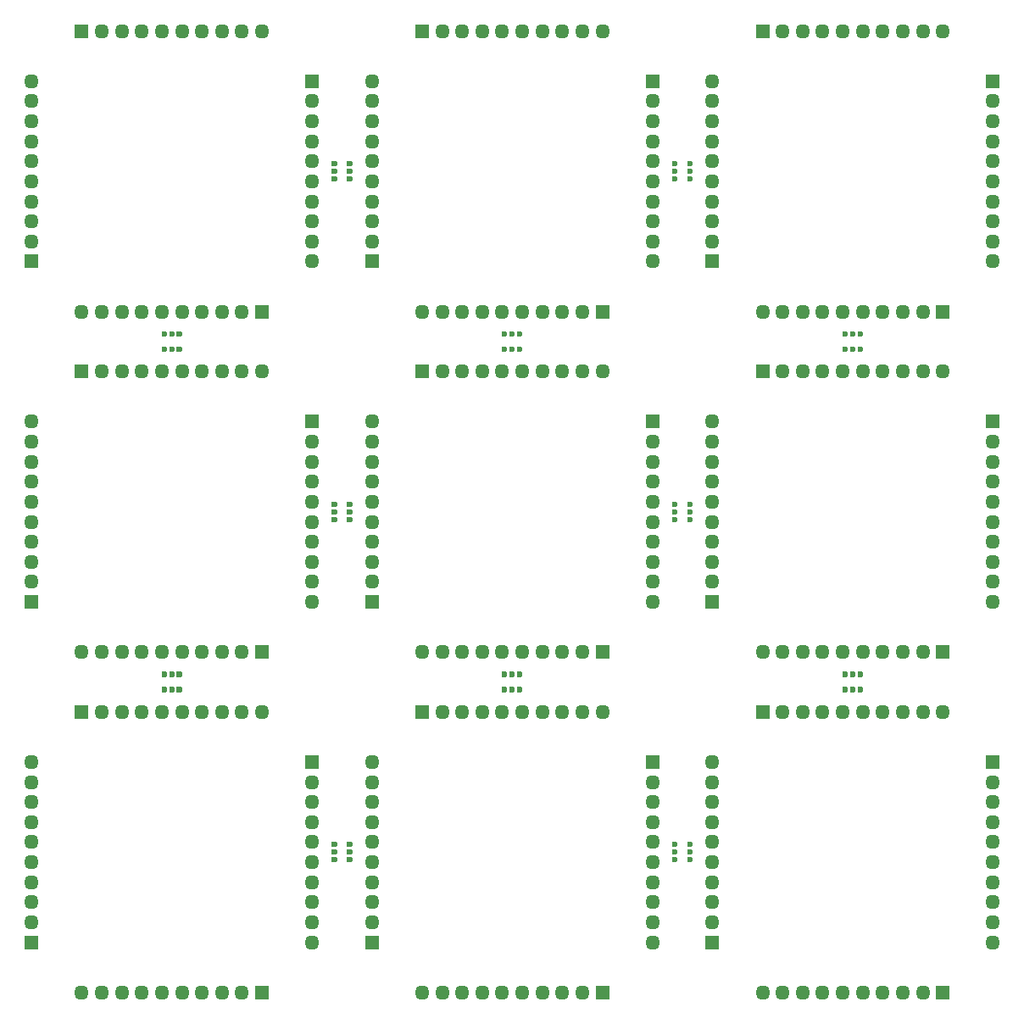
<source format=gbs>
G04 #@! TF.GenerationSoftware,KiCad,Pcbnew,(5.1.5)-3*
G04 #@! TF.CreationDate,2021-06-29T22:10:07+07:00*
G04 #@! TF.ProjectId,noname,6e6f6e61-6d65-42e6-9b69-6361645f7063,rev?*
G04 #@! TF.SameCoordinates,Original*
G04 #@! TF.FileFunction,Soldermask,Bot*
G04 #@! TF.FilePolarity,Negative*
%FSLAX46Y46*%
G04 Gerber Fmt 4.6, Leading zero omitted, Abs format (unit mm)*
G04 Created by KiCad (PCBNEW (5.1.5)-3) date 2021-06-29 22:10:07*
%MOMM*%
%LPD*%
G04 APERTURE LIST*
%ADD10C,0.600000*%
%ADD11R,1.450000X1.450000*%
%ADD12O,1.450000X1.450000*%
G04 APERTURE END LIST*
D10*
X163262540Y-123535960D03*
X164762540Y-123535960D03*
X164762540Y-125035960D03*
X163262540Y-125035960D03*
X164012540Y-123535960D03*
X164012540Y-125035960D03*
X129262540Y-123535960D03*
X130762540Y-123535960D03*
X130762540Y-125035960D03*
X129262540Y-125035960D03*
X130012540Y-123535960D03*
X130012540Y-125035960D03*
X95262540Y-123535960D03*
X96762540Y-123535960D03*
X96762540Y-125035960D03*
X95262540Y-125035960D03*
X96012540Y-123535960D03*
X96012540Y-125035960D03*
X163262540Y-89535960D03*
X164762540Y-89535960D03*
X164762540Y-91035960D03*
X163262540Y-91035960D03*
X164012540Y-89535960D03*
X164012540Y-91035960D03*
X129262540Y-89535960D03*
X130762540Y-89535960D03*
X130762540Y-91035960D03*
X129262540Y-91035960D03*
X130012540Y-89535960D03*
X130012540Y-91035960D03*
X95262540Y-89535960D03*
X96762540Y-89535960D03*
X96762540Y-91035960D03*
X95262540Y-91035960D03*
X96012540Y-89535960D03*
X96012540Y-91035960D03*
X163262540Y-123571960D03*
X164762540Y-123571960D03*
X164762540Y-125071960D03*
X163262540Y-125071960D03*
X164012540Y-123571960D03*
X164012540Y-125071960D03*
X129262540Y-123571960D03*
X130762540Y-123571960D03*
X130762540Y-125071960D03*
X129262540Y-125071960D03*
X130012540Y-123571960D03*
X130012540Y-125071960D03*
X95262540Y-123571960D03*
X96762540Y-123571960D03*
X96762540Y-125071960D03*
X95262540Y-125071960D03*
X96012540Y-123571960D03*
X96012540Y-125071960D03*
X163262540Y-89571960D03*
X164762540Y-89571960D03*
X164762540Y-91071960D03*
X163262540Y-91071960D03*
X164012540Y-89571960D03*
X164012540Y-91071960D03*
X129262540Y-89571960D03*
X130762540Y-89571960D03*
X130762540Y-91071960D03*
X129262540Y-91071960D03*
X130012540Y-89571960D03*
X130012540Y-91071960D03*
X95262540Y-89571960D03*
X96762540Y-89571960D03*
X96762540Y-91071960D03*
X95262540Y-91071960D03*
X96012540Y-89571960D03*
X96012540Y-91071960D03*
X163262540Y-123535960D03*
X164762540Y-123535960D03*
X164762540Y-125035960D03*
X163262540Y-125035960D03*
X164012540Y-123535960D03*
X164012540Y-125035960D03*
X129262540Y-123535960D03*
X130762540Y-123535960D03*
X130762540Y-125035960D03*
X129262540Y-125035960D03*
X130012540Y-123535960D03*
X130012540Y-125035960D03*
X95262540Y-123535960D03*
X96762540Y-123535960D03*
X96762540Y-125035960D03*
X95262540Y-125035960D03*
X96012540Y-123535960D03*
X96012540Y-125035960D03*
X163262540Y-89535960D03*
X164762540Y-89535960D03*
X164762540Y-91035960D03*
X163262540Y-91035960D03*
X164012540Y-89535960D03*
X164012540Y-91035960D03*
X129262540Y-89535960D03*
X130762540Y-89535960D03*
X130762540Y-91035960D03*
X129262540Y-91035960D03*
X130012540Y-89535960D03*
X130012540Y-91035960D03*
X95262540Y-89535960D03*
X96762540Y-89535960D03*
X96762540Y-91035960D03*
X95262540Y-91035960D03*
X96012540Y-89535960D03*
X96012540Y-91035960D03*
D11*
X155015200Y-127302600D03*
D12*
X157015200Y-127302600D03*
X159015200Y-127302600D03*
X161015200Y-127302600D03*
X163015200Y-127302600D03*
X165015200Y-127302600D03*
X167015200Y-127302600D03*
X169015200Y-127302600D03*
X171015200Y-127302600D03*
X173015200Y-127302600D03*
D11*
X121015200Y-127302600D03*
D12*
X123015200Y-127302600D03*
X125015200Y-127302600D03*
X127015200Y-127302600D03*
X129015200Y-127302600D03*
X131015200Y-127302600D03*
X133015200Y-127302600D03*
X135015200Y-127302600D03*
X137015200Y-127302600D03*
X139015200Y-127302600D03*
D11*
X87015200Y-127302600D03*
D12*
X89015200Y-127302600D03*
X91015200Y-127302600D03*
X93015200Y-127302600D03*
X95015200Y-127302600D03*
X97015200Y-127302600D03*
X99015200Y-127302600D03*
X101015200Y-127302600D03*
X103015200Y-127302600D03*
X105015200Y-127302600D03*
D11*
X155015200Y-93302600D03*
D12*
X157015200Y-93302600D03*
X159015200Y-93302600D03*
X161015200Y-93302600D03*
X163015200Y-93302600D03*
X165015200Y-93302600D03*
X167015200Y-93302600D03*
X169015200Y-93302600D03*
X171015200Y-93302600D03*
X173015200Y-93302600D03*
D11*
X121015200Y-93302600D03*
D12*
X123015200Y-93302600D03*
X125015200Y-93302600D03*
X127015200Y-93302600D03*
X129015200Y-93302600D03*
X131015200Y-93302600D03*
X133015200Y-93302600D03*
X135015200Y-93302600D03*
X137015200Y-93302600D03*
X139015200Y-93302600D03*
D11*
X87015200Y-93302600D03*
D12*
X89015200Y-93302600D03*
X91015200Y-93302600D03*
X93015200Y-93302600D03*
X95015200Y-93302600D03*
X97015200Y-93302600D03*
X99015200Y-93302600D03*
X101015200Y-93302600D03*
X103015200Y-93302600D03*
X105015200Y-93302600D03*
D11*
X155015200Y-59302600D03*
D12*
X157015200Y-59302600D03*
X159015200Y-59302600D03*
X161015200Y-59302600D03*
X163015200Y-59302600D03*
X165015200Y-59302600D03*
X167015200Y-59302600D03*
X169015200Y-59302600D03*
X171015200Y-59302600D03*
X173015200Y-59302600D03*
D11*
X121015200Y-59302600D03*
D12*
X123015200Y-59302600D03*
X125015200Y-59302600D03*
X127015200Y-59302600D03*
X129015200Y-59302600D03*
X131015200Y-59302600D03*
X133015200Y-59302600D03*
X135015200Y-59302600D03*
X137015200Y-59302600D03*
X139015200Y-59302600D03*
X155015200Y-155302600D03*
X157015200Y-155302600D03*
X159015200Y-155302600D03*
X161015200Y-155302600D03*
X163015200Y-155302600D03*
X165015200Y-155302600D03*
X167015200Y-155302600D03*
X169015200Y-155302600D03*
X171015200Y-155302600D03*
D11*
X173015200Y-155302600D03*
D12*
X121015200Y-155302600D03*
X123015200Y-155302600D03*
X125015200Y-155302600D03*
X127015200Y-155302600D03*
X129015200Y-155302600D03*
X131015200Y-155302600D03*
X133015200Y-155302600D03*
X135015200Y-155302600D03*
X137015200Y-155302600D03*
D11*
X139015200Y-155302600D03*
D12*
X87015200Y-155302600D03*
X89015200Y-155302600D03*
X91015200Y-155302600D03*
X93015200Y-155302600D03*
X95015200Y-155302600D03*
X97015200Y-155302600D03*
X99015200Y-155302600D03*
X101015200Y-155302600D03*
X103015200Y-155302600D03*
D11*
X105015200Y-155302600D03*
D12*
X155015200Y-121302600D03*
X157015200Y-121302600D03*
X159015200Y-121302600D03*
X161015200Y-121302600D03*
X163015200Y-121302600D03*
X165015200Y-121302600D03*
X167015200Y-121302600D03*
X169015200Y-121302600D03*
X171015200Y-121302600D03*
D11*
X173015200Y-121302600D03*
D12*
X121015200Y-121302600D03*
X123015200Y-121302600D03*
X125015200Y-121302600D03*
X127015200Y-121302600D03*
X129015200Y-121302600D03*
X131015200Y-121302600D03*
X133015200Y-121302600D03*
X135015200Y-121302600D03*
X137015200Y-121302600D03*
D11*
X139015200Y-121302600D03*
D12*
X87015200Y-121302600D03*
X89015200Y-121302600D03*
X91015200Y-121302600D03*
X93015200Y-121302600D03*
X95015200Y-121302600D03*
X97015200Y-121302600D03*
X99015200Y-121302600D03*
X101015200Y-121302600D03*
X103015200Y-121302600D03*
D11*
X105015200Y-121302600D03*
D12*
X155015200Y-87302600D03*
X157015200Y-87302600D03*
X159015200Y-87302600D03*
X161015200Y-87302600D03*
X163015200Y-87302600D03*
X165015200Y-87302600D03*
X167015200Y-87302600D03*
X169015200Y-87302600D03*
X171015200Y-87302600D03*
D11*
X173015200Y-87302600D03*
D12*
X121015200Y-87302600D03*
X123015200Y-87302600D03*
X125015200Y-87302600D03*
X127015200Y-87302600D03*
X129015200Y-87302600D03*
X131015200Y-87302600D03*
X133015200Y-87302600D03*
X135015200Y-87302600D03*
X137015200Y-87302600D03*
D11*
X139015200Y-87302600D03*
D10*
X146244000Y-141306400D03*
X147744000Y-141306400D03*
X146244000Y-140556400D03*
X146244000Y-142056400D03*
X147744000Y-142056400D03*
X147744000Y-140556400D03*
X112244000Y-141306400D03*
X113744000Y-141306400D03*
X112244000Y-140556400D03*
X112244000Y-142056400D03*
X113744000Y-142056400D03*
X113744000Y-140556400D03*
X146244000Y-107306400D03*
X147744000Y-107306400D03*
X146244000Y-106556400D03*
X146244000Y-108056400D03*
X147744000Y-108056400D03*
X147744000Y-106556400D03*
X112244000Y-107306400D03*
X113744000Y-107306400D03*
X112244000Y-106556400D03*
X112244000Y-108056400D03*
X113744000Y-108056400D03*
X113744000Y-106556400D03*
X146244000Y-73306400D03*
X147744000Y-73306400D03*
X146244000Y-72556400D03*
X146244000Y-74056400D03*
X147744000Y-74056400D03*
X147744000Y-72556400D03*
X147779560Y-140555960D03*
X147779560Y-142055960D03*
X146279560Y-142055960D03*
X146279560Y-140555960D03*
X147779560Y-141305960D03*
X146279560Y-141305960D03*
X113779560Y-140555960D03*
X113779560Y-142055960D03*
X112279560Y-142055960D03*
X112279560Y-140555960D03*
X113779560Y-141305960D03*
X112279560Y-141305960D03*
X147779560Y-106555960D03*
X147779560Y-108055960D03*
X146279560Y-108055960D03*
X146279560Y-106555960D03*
X147779560Y-107305960D03*
X146279560Y-107305960D03*
X113779560Y-106555960D03*
X113779560Y-108055960D03*
X112279560Y-108055960D03*
X112279560Y-106555960D03*
X113779560Y-107305960D03*
X112279560Y-107305960D03*
X147779560Y-72555960D03*
X147779560Y-74055960D03*
X146279560Y-74055960D03*
X146279560Y-72555960D03*
X147779560Y-73305960D03*
X146279560Y-73305960D03*
X113779560Y-72555960D03*
X113779560Y-74055960D03*
X112279560Y-74055960D03*
X112279560Y-72555960D03*
X113779560Y-73305960D03*
X112279560Y-73305960D03*
X146244000Y-141306400D03*
X147744000Y-141306400D03*
X146244000Y-140556400D03*
X146244000Y-142056400D03*
X147744000Y-142056400D03*
X147744000Y-140556400D03*
X112244000Y-141306400D03*
X113744000Y-141306400D03*
X112244000Y-140556400D03*
X112244000Y-142056400D03*
X113744000Y-142056400D03*
X113744000Y-140556400D03*
X146244000Y-107306400D03*
X147744000Y-107306400D03*
X146244000Y-106556400D03*
X146244000Y-108056400D03*
X147744000Y-108056400D03*
X147744000Y-106556400D03*
X112244000Y-107306400D03*
X113744000Y-107306400D03*
X112244000Y-106556400D03*
X112244000Y-108056400D03*
X113744000Y-108056400D03*
X113744000Y-106556400D03*
X146244000Y-73306400D03*
X147744000Y-73306400D03*
X146244000Y-72556400D03*
X146244000Y-74056400D03*
X147744000Y-74056400D03*
X147744000Y-72556400D03*
D11*
X150015200Y-150302600D03*
D12*
X150015200Y-148302600D03*
X150015200Y-146302600D03*
X150015200Y-144302600D03*
X150015200Y-142302600D03*
X150015200Y-140302600D03*
X150015200Y-138302600D03*
X150015200Y-136302600D03*
X150015200Y-134302600D03*
X150015200Y-132302600D03*
D11*
X116015200Y-150302600D03*
D12*
X116015200Y-148302600D03*
X116015200Y-146302600D03*
X116015200Y-144302600D03*
X116015200Y-142302600D03*
X116015200Y-140302600D03*
X116015200Y-138302600D03*
X116015200Y-136302600D03*
X116015200Y-134302600D03*
X116015200Y-132302600D03*
D11*
X82015200Y-150302600D03*
D12*
X82015200Y-148302600D03*
X82015200Y-146302600D03*
X82015200Y-144302600D03*
X82015200Y-142302600D03*
X82015200Y-140302600D03*
X82015200Y-138302600D03*
X82015200Y-136302600D03*
X82015200Y-134302600D03*
X82015200Y-132302600D03*
D11*
X150015200Y-116302600D03*
D12*
X150015200Y-114302600D03*
X150015200Y-112302600D03*
X150015200Y-110302600D03*
X150015200Y-108302600D03*
X150015200Y-106302600D03*
X150015200Y-104302600D03*
X150015200Y-102302600D03*
X150015200Y-100302600D03*
X150015200Y-98302600D03*
D11*
X116015200Y-116302600D03*
D12*
X116015200Y-114302600D03*
X116015200Y-112302600D03*
X116015200Y-110302600D03*
X116015200Y-108302600D03*
X116015200Y-106302600D03*
X116015200Y-104302600D03*
X116015200Y-102302600D03*
X116015200Y-100302600D03*
X116015200Y-98302600D03*
D11*
X82015200Y-116302600D03*
D12*
X82015200Y-114302600D03*
X82015200Y-112302600D03*
X82015200Y-110302600D03*
X82015200Y-108302600D03*
X82015200Y-106302600D03*
X82015200Y-104302600D03*
X82015200Y-102302600D03*
X82015200Y-100302600D03*
X82015200Y-98302600D03*
D11*
X150015200Y-82302600D03*
D12*
X150015200Y-80302600D03*
X150015200Y-78302600D03*
X150015200Y-76302600D03*
X150015200Y-74302600D03*
X150015200Y-72302600D03*
X150015200Y-70302600D03*
X150015200Y-68302600D03*
X150015200Y-66302600D03*
X150015200Y-64302600D03*
D11*
X116015200Y-82302600D03*
D12*
X116015200Y-80302600D03*
X116015200Y-78302600D03*
X116015200Y-76302600D03*
X116015200Y-74302600D03*
X116015200Y-72302600D03*
X116015200Y-70302600D03*
X116015200Y-68302600D03*
X116015200Y-66302600D03*
X116015200Y-64302600D03*
D11*
X178015200Y-132302600D03*
D12*
X178015200Y-134302600D03*
X178015200Y-136302600D03*
X178015200Y-138302600D03*
X178015200Y-140302600D03*
X178015200Y-142302600D03*
X178015200Y-144302600D03*
X178015200Y-146302600D03*
X178015200Y-148302600D03*
X178015200Y-150302600D03*
D11*
X144015200Y-132302600D03*
D12*
X144015200Y-134302600D03*
X144015200Y-136302600D03*
X144015200Y-138302600D03*
X144015200Y-140302600D03*
X144015200Y-142302600D03*
X144015200Y-144302600D03*
X144015200Y-146302600D03*
X144015200Y-148302600D03*
X144015200Y-150302600D03*
D11*
X110015200Y-132302600D03*
D12*
X110015200Y-134302600D03*
X110015200Y-136302600D03*
X110015200Y-138302600D03*
X110015200Y-140302600D03*
X110015200Y-142302600D03*
X110015200Y-144302600D03*
X110015200Y-146302600D03*
X110015200Y-148302600D03*
X110015200Y-150302600D03*
D11*
X178015200Y-98302600D03*
D12*
X178015200Y-100302600D03*
X178015200Y-102302600D03*
X178015200Y-104302600D03*
X178015200Y-106302600D03*
X178015200Y-108302600D03*
X178015200Y-110302600D03*
X178015200Y-112302600D03*
X178015200Y-114302600D03*
X178015200Y-116302600D03*
D11*
X144015200Y-98302600D03*
D12*
X144015200Y-100302600D03*
X144015200Y-102302600D03*
X144015200Y-104302600D03*
X144015200Y-106302600D03*
X144015200Y-108302600D03*
X144015200Y-110302600D03*
X144015200Y-112302600D03*
X144015200Y-114302600D03*
X144015200Y-116302600D03*
D11*
X110015200Y-98302600D03*
D12*
X110015200Y-100302600D03*
X110015200Y-102302600D03*
X110015200Y-104302600D03*
X110015200Y-106302600D03*
X110015200Y-108302600D03*
X110015200Y-110302600D03*
X110015200Y-112302600D03*
X110015200Y-114302600D03*
X110015200Y-116302600D03*
D11*
X178015200Y-64302600D03*
D12*
X178015200Y-66302600D03*
X178015200Y-68302600D03*
X178015200Y-70302600D03*
X178015200Y-72302600D03*
X178015200Y-74302600D03*
X178015200Y-76302600D03*
X178015200Y-78302600D03*
X178015200Y-80302600D03*
X178015200Y-82302600D03*
D11*
X144015200Y-64302600D03*
D12*
X144015200Y-66302600D03*
X144015200Y-68302600D03*
X144015200Y-70302600D03*
X144015200Y-72302600D03*
X144015200Y-74302600D03*
X144015200Y-76302600D03*
X144015200Y-78302600D03*
X144015200Y-80302600D03*
X144015200Y-82302600D03*
D10*
X147743560Y-140555960D03*
X147743560Y-142055960D03*
X146243560Y-142055960D03*
X146243560Y-140555960D03*
X147743560Y-141305960D03*
X146243560Y-141305960D03*
X113743560Y-140555960D03*
X113743560Y-142055960D03*
X112243560Y-142055960D03*
X112243560Y-140555960D03*
X113743560Y-141305960D03*
X112243560Y-141305960D03*
X147743560Y-106555960D03*
X147743560Y-108055960D03*
X146243560Y-108055960D03*
X146243560Y-106555960D03*
X147743560Y-107305960D03*
X146243560Y-107305960D03*
X113743560Y-106555960D03*
X113743560Y-108055960D03*
X112243560Y-108055960D03*
X112243560Y-106555960D03*
X113743560Y-107305960D03*
X112243560Y-107305960D03*
X147743560Y-72555960D03*
X147743560Y-74055960D03*
X146243560Y-74055960D03*
X146243560Y-72555960D03*
X147743560Y-73305960D03*
X146243560Y-73305960D03*
X113743560Y-72555960D03*
X113743560Y-74055960D03*
X112243560Y-74055960D03*
X112243560Y-72555960D03*
X113743560Y-73305960D03*
X112243560Y-73305960D03*
X146280000Y-141306400D03*
X147780000Y-141306400D03*
X146280000Y-140556400D03*
X146280000Y-142056400D03*
X147780000Y-142056400D03*
X147780000Y-140556400D03*
X112280000Y-141306400D03*
X113780000Y-141306400D03*
X112280000Y-140556400D03*
X112280000Y-142056400D03*
X113780000Y-142056400D03*
X113780000Y-140556400D03*
X146280000Y-107306400D03*
X147780000Y-107306400D03*
X146280000Y-106556400D03*
X146280000Y-108056400D03*
X147780000Y-108056400D03*
X147780000Y-106556400D03*
X112280000Y-107306400D03*
X113780000Y-107306400D03*
X112280000Y-106556400D03*
X112280000Y-108056400D03*
X113780000Y-108056400D03*
X113780000Y-106556400D03*
X146280000Y-73306400D03*
X147780000Y-73306400D03*
X146280000Y-72556400D03*
X146280000Y-74056400D03*
X147780000Y-74056400D03*
X147780000Y-72556400D03*
X146243560Y-141305960D03*
X147743560Y-141305960D03*
X146243560Y-140555960D03*
X146243560Y-142055960D03*
X147743560Y-142055960D03*
X147743560Y-140555960D03*
X112243560Y-141305960D03*
X113743560Y-141305960D03*
X112243560Y-140555960D03*
X112243560Y-142055960D03*
X113743560Y-142055960D03*
X113743560Y-140555960D03*
X146243560Y-107305960D03*
X147743560Y-107305960D03*
X146243560Y-106555960D03*
X146243560Y-108055960D03*
X147743560Y-108055960D03*
X147743560Y-106555960D03*
X112243560Y-107305960D03*
X113743560Y-107305960D03*
X112243560Y-106555960D03*
X112243560Y-108055960D03*
X113743560Y-108055960D03*
X113743560Y-106555960D03*
X146243560Y-73305960D03*
X147743560Y-73305960D03*
X146243560Y-72555960D03*
X146243560Y-74055960D03*
X147743560Y-74055960D03*
X147743560Y-72555960D03*
X112243560Y-73305960D03*
X113743560Y-73305960D03*
X112243560Y-72555960D03*
X112243560Y-74055960D03*
X113743560Y-74055960D03*
X113743560Y-72555960D03*
X164010000Y-125036400D03*
X164010000Y-123536400D03*
X163260000Y-125036400D03*
X164760000Y-125036400D03*
X164760000Y-123536400D03*
X163260000Y-123536400D03*
X130010000Y-125036400D03*
X130010000Y-123536400D03*
X129260000Y-125036400D03*
X130760000Y-125036400D03*
X130760000Y-123536400D03*
X129260000Y-123536400D03*
X96010000Y-125036400D03*
X96010000Y-123536400D03*
X95260000Y-125036400D03*
X96760000Y-125036400D03*
X96760000Y-123536400D03*
X95260000Y-123536400D03*
X164010000Y-91036400D03*
X164010000Y-89536400D03*
X163260000Y-91036400D03*
X164760000Y-91036400D03*
X164760000Y-89536400D03*
X163260000Y-89536400D03*
X130010000Y-91036400D03*
X130010000Y-89536400D03*
X129260000Y-91036400D03*
X130760000Y-91036400D03*
X130760000Y-89536400D03*
X129260000Y-89536400D03*
X164010000Y-125036400D03*
X164010000Y-123536400D03*
X163260000Y-125036400D03*
X164760000Y-125036400D03*
X164760000Y-123536400D03*
X163260000Y-123536400D03*
X130010000Y-125036400D03*
X130010000Y-123536400D03*
X129260000Y-125036400D03*
X130760000Y-125036400D03*
X130760000Y-123536400D03*
X129260000Y-123536400D03*
X96010000Y-125036400D03*
X96010000Y-123536400D03*
X95260000Y-125036400D03*
X96760000Y-125036400D03*
X96760000Y-123536400D03*
X95260000Y-123536400D03*
X164010000Y-91036400D03*
X164010000Y-89536400D03*
X163260000Y-91036400D03*
X164760000Y-91036400D03*
X164760000Y-89536400D03*
X163260000Y-89536400D03*
X130010000Y-91036400D03*
X130010000Y-89536400D03*
X129260000Y-91036400D03*
X130760000Y-91036400D03*
X130760000Y-89536400D03*
X129260000Y-89536400D03*
X164010000Y-125072400D03*
X164010000Y-123572400D03*
X163260000Y-125072400D03*
X164760000Y-125072400D03*
X164760000Y-123572400D03*
X163260000Y-123572400D03*
X130010000Y-125072400D03*
X130010000Y-123572400D03*
X129260000Y-125072400D03*
X130760000Y-125072400D03*
X130760000Y-123572400D03*
X129260000Y-123572400D03*
X96010000Y-125072400D03*
X96010000Y-123572400D03*
X95260000Y-125072400D03*
X96760000Y-125072400D03*
X96760000Y-123572400D03*
X95260000Y-123572400D03*
X164010000Y-91072400D03*
X164010000Y-89572400D03*
X163260000Y-91072400D03*
X164760000Y-91072400D03*
X164760000Y-89572400D03*
X163260000Y-89572400D03*
X130010000Y-91072400D03*
X130010000Y-89572400D03*
X129260000Y-91072400D03*
X130760000Y-91072400D03*
X130760000Y-89572400D03*
X129260000Y-89572400D03*
X95260000Y-89536400D03*
X96760000Y-89536400D03*
X96760000Y-91036400D03*
X95260000Y-91036400D03*
X96010000Y-89536400D03*
X96010000Y-91036400D03*
X113744000Y-72556400D03*
X113744000Y-74056400D03*
X112244000Y-74056400D03*
X112244000Y-72556400D03*
X113744000Y-73306400D03*
X112244000Y-73306400D03*
X95260000Y-89536400D03*
X96760000Y-89536400D03*
X96760000Y-91036400D03*
X95260000Y-91036400D03*
X96010000Y-89536400D03*
X96010000Y-91036400D03*
X113744000Y-72556400D03*
X113744000Y-74056400D03*
X112244000Y-74056400D03*
X112244000Y-72556400D03*
X113744000Y-73306400D03*
X112244000Y-73306400D03*
X95260000Y-89572400D03*
X96760000Y-89572400D03*
X96760000Y-91072400D03*
X95260000Y-91072400D03*
X96010000Y-89572400D03*
X96010000Y-91072400D03*
X113780000Y-72556400D03*
X113780000Y-74056400D03*
X112280000Y-74056400D03*
X112280000Y-72556400D03*
X113780000Y-73306400D03*
X112280000Y-73306400D03*
D12*
X110015200Y-82302600D03*
X110015200Y-80302600D03*
X110015200Y-78302600D03*
X110015200Y-76302600D03*
X110015200Y-74302600D03*
X110015200Y-72302600D03*
X110015200Y-70302600D03*
X110015200Y-68302600D03*
X110015200Y-66302600D03*
D11*
X110015200Y-64302600D03*
D12*
X82015200Y-64302600D03*
X82015200Y-66302600D03*
X82015200Y-68302600D03*
X82015200Y-70302600D03*
X82015200Y-72302600D03*
X82015200Y-74302600D03*
X82015200Y-76302600D03*
X82015200Y-78302600D03*
X82015200Y-80302600D03*
D11*
X82015200Y-82302600D03*
X105015200Y-87302600D03*
D12*
X103015200Y-87302600D03*
X101015200Y-87302600D03*
X99015200Y-87302600D03*
X97015200Y-87302600D03*
X95015200Y-87302600D03*
X93015200Y-87302600D03*
X91015200Y-87302600D03*
X89015200Y-87302600D03*
X87015200Y-87302600D03*
X105015200Y-59302600D03*
X103015200Y-59302600D03*
X101015200Y-59302600D03*
X99015200Y-59302600D03*
X97015200Y-59302600D03*
X95015200Y-59302600D03*
X93015200Y-59302600D03*
X91015200Y-59302600D03*
X89015200Y-59302600D03*
D11*
X87015200Y-59302600D03*
M02*

</source>
